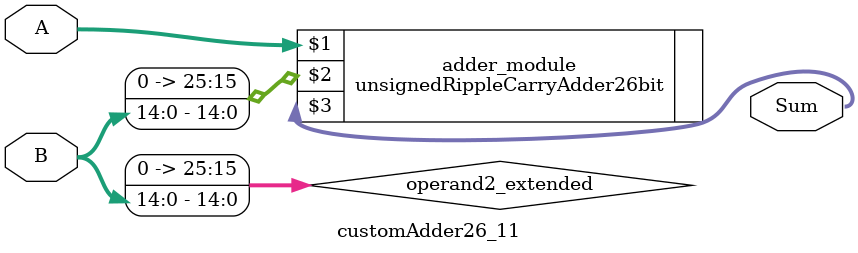
<source format=v>

module customAdder26_11(
                    input [25 : 0] A,
                    input [14 : 0] B,
                    
                    output [26 : 0] Sum
            );

    wire [25 : 0] operand2_extended;
    
    assign operand2_extended =  {11'b0, B};
    
    unsignedRippleCarryAdder26bit adder_module(
        A,
        operand2_extended,
        Sum
    );
    
endmodule
        
</source>
